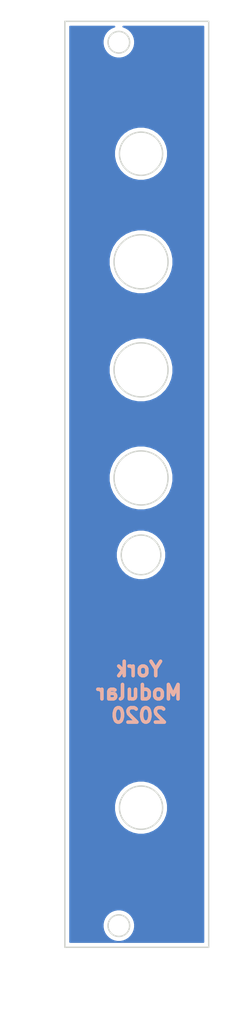
<source format=kicad_pcb>
(kicad_pcb (version 20171130) (host pcbnew 5.1.7-a382d34a8~87~ubuntu18.04.1)

  (general
    (thickness 1.6)
    (drawings 25)
    (tracks 0)
    (zones 0)
    (modules 0)
    (nets 1)
  )

  (page A4)
  (layers
    (0 F.Cu signal)
    (31 B.Cu signal)
    (32 B.Adhes user)
    (33 F.Adhes user)
    (34 B.Paste user)
    (35 F.Paste user)
    (36 B.SilkS user)
    (37 F.SilkS user)
    (38 B.Mask user)
    (39 F.Mask user)
    (40 Dwgs.User user)
    (41 Cmts.User user)
    (42 Eco1.User user)
    (43 Eco2.User user)
    (44 Edge.Cuts user)
    (45 Margin user)
    (46 B.CrtYd user)
    (47 F.CrtYd user)
    (48 B.Fab user)
    (49 F.Fab user)
  )

  (setup
    (last_trace_width 0.25)
    (trace_clearance 0.2)
    (zone_clearance 0.508)
    (zone_45_only no)
    (trace_min 0.2)
    (via_size 0.8)
    (via_drill 0.4)
    (via_min_size 0.4)
    (via_min_drill 0.3)
    (uvia_size 0.3)
    (uvia_drill 0.1)
    (uvias_allowed no)
    (uvia_min_size 0.2)
    (uvia_min_drill 0.1)
    (edge_width 0.05)
    (segment_width 0.2)
    (pcb_text_width 0.3)
    (pcb_text_size 1.5 1.5)
    (mod_edge_width 0.12)
    (mod_text_size 1 1)
    (mod_text_width 0.15)
    (pad_size 1.524 1.524)
    (pad_drill 0.762)
    (pad_to_mask_clearance 0.051)
    (solder_mask_min_width 0.25)
    (aux_axis_origin 0 0)
    (grid_origin 86.48048 154.97866)
    (visible_elements FFFFFF7F)
    (pcbplotparams
      (layerselection 0x010fc_ffffffff)
      (usegerberextensions true)
      (usegerberattributes false)
      (usegerberadvancedattributes false)
      (creategerberjobfile false)
      (excludeedgelayer true)
      (linewidth 0.100000)
      (plotframeref false)
      (viasonmask false)
      (mode 1)
      (useauxorigin false)
      (hpglpennumber 1)
      (hpglpenspeed 20)
      (hpglpendiameter 15.000000)
      (psnegative false)
      (psa4output false)
      (plotreference true)
      (plotvalue true)
      (plotinvisibletext false)
      (padsonsilk false)
      (subtractmaskfromsilk false)
      (outputformat 1)
      (mirror false)
      (drillshape 0)
      (scaleselection 1)
      (outputdirectory "gerbers"))
  )

  (net 0 "")

  (net_class Default "This is the default net class."
    (clearance 0.2)
    (trace_width 0.25)
    (via_dia 0.8)
    (via_drill 0.4)
    (uvia_dia 0.3)
    (uvia_drill 0.1)
  )

  (gr_text "York\nModular\n2020" (at 96.774 119.634) (layer B.SilkS)
    (effects (font (size 2 2) (thickness 0.5)) (justify mirror))
  )
  (gr_text "AVR VCO" (at 97.028 120.142) (layer F.Mask) (tstamp 5EB2CAE7)
    (effects (font (size 3 2) (thickness 0.5)))
  )
  (gr_text OUT (at 88.646 135.636 90) (layer F.Mask) (tstamp 5EB2CAD6)
    (effects (font (size 2 2) (thickness 0.5)))
  )
  (gr_text WAVE (at 88.646 89.916 90) (layer F.Mask) (tstamp 5EB2CABD)
    (effects (font (size 2 2) (thickness 0.5)))
  )
  (gr_text TUNE (at 88.646 74.93 90) (layer F.Mask) (tstamp 5EB2CAB6)
    (effects (font (size 2 2) (thickness 0.5)))
  )
  (gr_text CV (at 88.646 52.578 90) (layer F.Mask) (tstamp 5EB2CA94)
    (effects (font (size 2 2) (thickness 0.5)))
  )
  (gr_text "AVR VCO" (at 97.028 120.142) (layer F.Cu)
    (effects (font (size 3 2) (thickness 0.5)))
  )
  (gr_text OUT (at 88.646 135.636 90) (layer F.Cu) (tstamp 5EB2C9F8)
    (effects (font (size 2 2) (thickness 0.5)))
  )
  (gr_text VCO (at 103.886 100.584 90) (layer F.Cu)
    (effects (font (size 1.5 1.5) (thickness 0.3)))
  )
  (gr_text LFO (at 89.662 100.584 90) (layer F.Cu)
    (effects (font (size 1.5 1.5) (thickness 0.3)))
  )
  (gr_text WAVE (at 88.646 89.916 90) (layer F.Cu)
    (effects (font (size 2 2) (thickness 0.5)))
  )
  (gr_text TUNE (at 88.646 74.93 90) (layer F.Cu)
    (effects (font (size 2 2) (thickness 0.5)))
  )
  (gr_text CV (at 88.646 52.578 90) (layer F.Cu)
    (effects (font (size 2 2) (thickness 0.5)))
  )
  (gr_circle (center 97.06248 89.896661) (end 100.81248 89.896661) (layer Edge.Cuts) (width 0.2))
  (gr_line (start 86.48048 154.97866) (end 86.48048 26.57866) (layer Edge.Cuts) (width 0.2))
  (gr_circle (center 97.06248 74.91066) (end 100.81248 74.91066) (layer Edge.Cuts) (width 0.2))
  (gr_circle (center 97.06248 44.93866) (end 100.06248 44.93866) (layer Edge.Cuts) (width 0.2))
  (gr_circle (center 97.06248 59.92466) (end 100.81248 59.92466) (layer Edge.Cuts) (width 0.2))
  (gr_circle (center 97.06248 135.61766) (end 100.06248 135.61766) (layer Edge.Cuts) (width 0.2))
  (gr_circle (center 93.98048 151.97866) (end 95.48048 151.97866) (layer Edge.Cuts) (width 0.2))
  (gr_circle (center 97.06248 100.56466) (end 99.81248 100.56466) (layer Edge.Cuts) (width 0.2))
  (gr_circle (center 93.98048 29.47866) (end 95.48048 29.47866) (layer Edge.Cuts) (width 0.2))
  (gr_line (start 106.46048 154.97866) (end 86.48048 154.97866) (layer Edge.Cuts) (width 0.2))
  (gr_line (start 86.48048 26.57866) (end 106.46048 26.57866) (layer Edge.Cuts) (width 0.2))
  (gr_line (start 106.46048 26.57866) (end 106.46048 154.97866) (layer Edge.Cuts) (width 0.2))

  (zone (net 0) (net_name "") (layer B.Cu) (tstamp 60005551) (hatch edge 0.508)
    (connect_pads (clearance 0.508))
    (min_thickness 0.254)
    (fill yes (arc_segments 32) (thermal_gap 0.508) (thermal_bridge_width 0.508))
    (polygon
      (pts
        (xy 109.474 165.608) (xy 81.788 162.306) (xy 78.486 160.02) (xy 77.47 24.638) (xy 111.506 23.622)
      )
    )
    (filled_polygon
      (pts
        (xy 93.325888 27.32076) (xy 92.91748 27.489928) (xy 92.549923 27.735521) (xy 92.237341 28.048103) (xy 91.991748 28.41566)
        (xy 91.82258 28.824068) (xy 91.736338 29.257631) (xy 91.736338 29.699689) (xy 91.82258 30.133252) (xy 91.991748 30.54166)
        (xy 92.237341 30.909217) (xy 92.549923 31.221799) (xy 92.91748 31.467392) (xy 93.325888 31.63656) (xy 93.759451 31.722802)
        (xy 94.201509 31.722802) (xy 94.635072 31.63656) (xy 95.04348 31.467392) (xy 95.411037 31.221799) (xy 95.723619 30.909217)
        (xy 95.969212 30.54166) (xy 96.13838 30.133252) (xy 96.224622 29.699689) (xy 96.224622 29.257631) (xy 96.13838 28.824068)
        (xy 95.969212 28.41566) (xy 95.723619 28.048103) (xy 95.411037 27.735521) (xy 95.04348 27.489928) (xy 94.635072 27.32076)
        (xy 94.599378 27.31366) (xy 105.72548 27.31366) (xy 105.725481 154.24366) (xy 87.21548 154.24366) (xy 87.21548 151.757631)
        (xy 91.736338 151.757631) (xy 91.736338 152.199689) (xy 91.82258 152.633252) (xy 91.991748 153.04166) (xy 92.237341 153.409217)
        (xy 92.549923 153.721799) (xy 92.91748 153.967392) (xy 93.325888 154.13656) (xy 93.759451 154.222802) (xy 94.201509 154.222802)
        (xy 94.635072 154.13656) (xy 95.04348 153.967392) (xy 95.411037 153.721799) (xy 95.723619 153.409217) (xy 95.969212 153.04166)
        (xy 96.13838 152.633252) (xy 96.224622 152.199689) (xy 96.224622 151.757631) (xy 96.13838 151.324068) (xy 95.969212 150.91566)
        (xy 95.723619 150.548103) (xy 95.411037 150.235521) (xy 95.04348 149.989928) (xy 94.635072 149.82076) (xy 94.201509 149.734518)
        (xy 93.759451 149.734518) (xy 93.325888 149.82076) (xy 92.91748 149.989928) (xy 92.549923 150.235521) (xy 92.237341 150.548103)
        (xy 91.991748 150.91566) (xy 91.82258 151.324068) (xy 91.736338 151.757631) (xy 87.21548 151.757631) (xy 87.21548 135.249606)
        (xy 93.325561 135.249606) (xy 93.325561 135.985714) (xy 93.469169 136.707679) (xy 93.750866 137.387755) (xy 94.159826 137.999807)
        (xy 94.680333 138.520314) (xy 95.292385 138.929274) (xy 95.972461 139.210971) (xy 96.694426 139.354579) (xy 97.430534 139.354579)
        (xy 98.152499 139.210971) (xy 98.832575 138.929274) (xy 99.444627 138.520314) (xy 99.965134 137.999807) (xy 100.374094 137.387755)
        (xy 100.655791 136.707679) (xy 100.799399 135.985714) (xy 100.799399 135.249606) (xy 100.655791 134.527641) (xy 100.374094 133.847565)
        (xy 99.965134 133.235513) (xy 99.444627 132.715006) (xy 98.832575 132.306046) (xy 98.152499 132.024349) (xy 97.430534 131.880741)
        (xy 96.694426 131.880741) (xy 95.972461 132.024349) (xy 95.292385 132.306046) (xy 94.680333 132.715006) (xy 94.159826 133.235513)
        (xy 93.750866 133.847565) (xy 93.469169 134.527641) (xy 93.325561 135.249606) (xy 87.21548 135.249606) (xy 87.21548 100.22111)
        (xy 93.574358 100.22111) (xy 93.574358 100.90821) (xy 93.708404 101.582108) (xy 93.971346 102.216906) (xy 94.353078 102.788208)
        (xy 94.838932 103.274062) (xy 95.410234 103.655794) (xy 96.045032 103.918736) (xy 96.71893 104.052782) (xy 97.40603 104.052782)
        (xy 98.079928 103.918736) (xy 98.714726 103.655794) (xy 99.286028 103.274062) (xy 99.771882 102.788208) (xy 100.153614 102.216906)
        (xy 100.416556 101.582108) (xy 100.550602 100.90821) (xy 100.550602 100.22111) (xy 100.416556 99.547212) (xy 100.153614 98.912414)
        (xy 99.771882 98.341112) (xy 99.286028 97.855258) (xy 98.714726 97.473526) (xy 98.079928 97.210584) (xy 97.40603 97.076538)
        (xy 96.71893 97.076538) (xy 96.045032 97.210584) (xy 95.410234 97.473526) (xy 94.838932 97.855258) (xy 94.353078 98.341112)
        (xy 93.971346 98.912414) (xy 93.708404 99.547212) (xy 93.574358 100.22111) (xy 87.21548 100.22111) (xy 87.21548 89.455094)
        (xy 92.579173 89.455094) (xy 92.579173 90.338228) (xy 92.751464 91.204393) (xy 93.089425 92.020303) (xy 93.580068 92.754603)
        (xy 94.204538 93.379073) (xy 94.938838 93.869716) (xy 95.754748 94.207677) (xy 96.620913 94.379968) (xy 97.504047 94.379968)
        (xy 98.370212 94.207677) (xy 99.186122 93.869716) (xy 99.920422 93.379073) (xy 100.544892 92.754603) (xy 101.035535 92.020303)
        (xy 101.373496 91.204393) (xy 101.545787 90.338228) (xy 101.545787 89.455094) (xy 101.373496 88.588929) (xy 101.035535 87.773019)
        (xy 100.544892 87.038719) (xy 99.920422 86.414249) (xy 99.186122 85.923606) (xy 98.370212 85.585645) (xy 97.504047 85.413354)
        (xy 96.620913 85.413354) (xy 95.754748 85.585645) (xy 94.938838 85.923606) (xy 94.204538 86.414249) (xy 93.580068 87.038719)
        (xy 93.089425 87.773019) (xy 92.751464 88.588929) (xy 92.579173 89.455094) (xy 87.21548 89.455094) (xy 87.21548 74.469093)
        (xy 92.579173 74.469093) (xy 92.579173 75.352227) (xy 92.751464 76.218392) (xy 93.089425 77.034302) (xy 93.580068 77.768602)
        (xy 94.204538 78.393072) (xy 94.938838 78.883715) (xy 95.754748 79.221676) (xy 96.620913 79.393967) (xy 97.504047 79.393967)
        (xy 98.370212 79.221676) (xy 99.186122 78.883715) (xy 99.920422 78.393072) (xy 100.544892 77.768602) (xy 101.035535 77.034302)
        (xy 101.373496 76.218392) (xy 101.545787 75.352227) (xy 101.545787 74.469093) (xy 101.373496 73.602928) (xy 101.035535 72.787018)
        (xy 100.544892 72.052718) (xy 99.920422 71.428248) (xy 99.186122 70.937605) (xy 98.370212 70.599644) (xy 97.504047 70.427353)
        (xy 96.620913 70.427353) (xy 95.754748 70.599644) (xy 94.938838 70.937605) (xy 94.204538 71.428248) (xy 93.580068 72.052718)
        (xy 93.089425 72.787018) (xy 92.751464 73.602928) (xy 92.579173 74.469093) (xy 87.21548 74.469093) (xy 87.21548 59.483093)
        (xy 92.579173 59.483093) (xy 92.579173 60.366227) (xy 92.751464 61.232392) (xy 93.089425 62.048302) (xy 93.580068 62.782602)
        (xy 94.204538 63.407072) (xy 94.938838 63.897715) (xy 95.754748 64.235676) (xy 96.620913 64.407967) (xy 97.504047 64.407967)
        (xy 98.370212 64.235676) (xy 99.186122 63.897715) (xy 99.920422 63.407072) (xy 100.544892 62.782602) (xy 101.035535 62.048302)
        (xy 101.373496 61.232392) (xy 101.545787 60.366227) (xy 101.545787 59.483093) (xy 101.373496 58.616928) (xy 101.035535 57.801018)
        (xy 100.544892 57.066718) (xy 99.920422 56.442248) (xy 99.186122 55.951605) (xy 98.370212 55.613644) (xy 97.504047 55.441353)
        (xy 96.620913 55.441353) (xy 95.754748 55.613644) (xy 94.938838 55.951605) (xy 94.204538 56.442248) (xy 93.580068 57.066718)
        (xy 93.089425 57.801018) (xy 92.751464 58.616928) (xy 92.579173 59.483093) (xy 87.21548 59.483093) (xy 87.21548 44.570606)
        (xy 93.325561 44.570606) (xy 93.325561 45.306714) (xy 93.469169 46.028679) (xy 93.750866 46.708755) (xy 94.159826 47.320807)
        (xy 94.680333 47.841314) (xy 95.292385 48.250274) (xy 95.972461 48.531971) (xy 96.694426 48.675579) (xy 97.430534 48.675579)
        (xy 98.152499 48.531971) (xy 98.832575 48.250274) (xy 99.444627 47.841314) (xy 99.965134 47.320807) (xy 100.374094 46.708755)
        (xy 100.655791 46.028679) (xy 100.799399 45.306714) (xy 100.799399 44.570606) (xy 100.655791 43.848641) (xy 100.374094 43.168565)
        (xy 99.965134 42.556513) (xy 99.444627 42.036006) (xy 98.832575 41.627046) (xy 98.152499 41.345349) (xy 97.430534 41.201741)
        (xy 96.694426 41.201741) (xy 95.972461 41.345349) (xy 95.292385 41.627046) (xy 94.680333 42.036006) (xy 94.159826 42.556513)
        (xy 93.750866 43.168565) (xy 93.469169 43.848641) (xy 93.325561 44.570606) (xy 87.21548 44.570606) (xy 87.21548 27.31366)
        (xy 93.361582 27.31366)
      )
    )
  )
)

</source>
